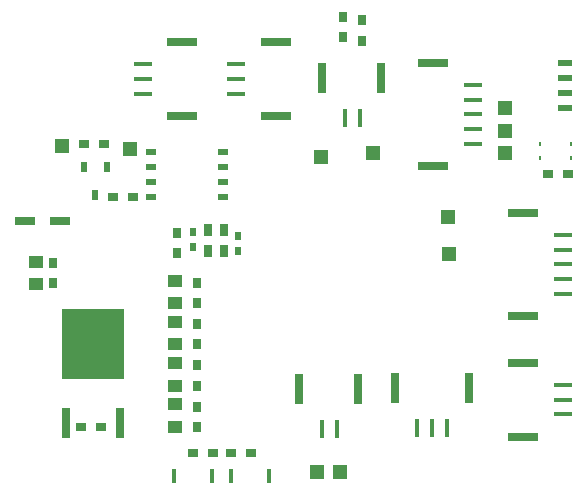
<source format=gbr>
G04 DipTrace 3.2.0.0*
G04 gimbalboard2_TopPaste.gbr*
%MOMM*%
G04 #@! TF.FileFunction,Paste,Top*
G04 #@! TF.Part,Single*
%ADD51R,0.8X1.0*%
%ADD53R,1.2X0.5*%
%ADD55R,5.35X5.95*%
%ADD57R,0.8X2.55*%
%ADD59R,0.943X0.562*%
%ADD61R,0.1X1.0*%
%ADD63R,1.0X0.1*%
%ADD65R,0.28X0.37*%
%ADD67R,1.5X0.4*%
%ADD69R,2.6X0.8*%
%ADD75R,0.4X1.5*%
%ADD77R,0.8X2.6*%
%ADD79R,1.3X1.1*%
%ADD81R,0.6X0.85*%
%ADD83R,1.8X0.8*%
%ADD85R,0.5X0.7*%
%ADD87R,0.8X0.9*%
%ADD89R,0.9X0.8*%
%ADD91R,0.35X1.3*%
%ADD93R,1.3X1.3*%
%FSLAX35Y35*%
G04*
G71*
G90*
G75*
G01*
G04 TopPaste*
%LPD*%
D93*
X-3206750Y-2127250D3*
X-3016250D3*
D91*
X-4095750Y-2159000D3*
X-4420750D3*
X-3937000D3*
X-3612000D3*
D85*
X-4256000Y-223750D3*
Y-93750D3*
X-3873500Y-127000D3*
Y-257000D3*
D89*
X-1250250Y390500D3*
X-1080250D3*
D83*
X-5683250Y0D3*
X-5383250D3*
D89*
X-5207000Y-1746250D3*
X-5037000D3*
D93*
X-5365750Y635000D3*
X-4794250Y603250D3*
D81*
X-4989000Y456250D3*
X-5179000D3*
X-5084000Y216250D3*
D79*
X-4413250Y-1047750D3*
Y-857750D3*
Y-1397000D3*
Y-1207000D3*
Y-1746250D3*
Y-1556250D3*
Y-698500D3*
Y-508500D3*
X-5588000Y-349250D3*
Y-539250D3*
D93*
X-2730500Y571500D3*
X-3175000Y539750D3*
D77*
X-1922000Y-1419000D3*
X-2547000D3*
D75*
X-2107000Y-1754000D3*
X-2232000D3*
X-2357000D3*
D69*
X-1460500Y-1206500D3*
Y-1831500D3*
D67*
X-1125500Y-1391500D3*
Y-1516500D3*
Y-1641500D3*
D77*
X-2661750Y1206000D3*
X-3161750D3*
D75*
X-2846750Y871000D3*
X-2971750D3*
D69*
X-2222500Y1333500D3*
Y463500D3*
D67*
X-1887500Y1023500D3*
Y898500D3*
Y1148500D3*
Y773500D3*
Y648500D3*
D69*
X-1460500Y63500D3*
Y-806500D3*
D67*
X-1125500Y-246500D3*
Y-371500D3*
Y-121500D3*
Y-496500D3*
Y-621500D3*
D69*
X-4349750Y889000D3*
Y1514000D3*
D67*
X-4684750Y1074000D3*
Y1199000D3*
Y1324000D3*
D69*
X-3556000Y889000D3*
Y1514000D3*
D67*
X-3891000Y1074000D3*
Y1199000D3*
Y1324000D3*
D77*
X-2857500Y-1428750D3*
X-3357500D3*
D75*
X-3042500Y-1763750D3*
X-3167500D3*
D87*
X-4391750Y-275500D3*
Y-105500D3*
D89*
X-5179500Y646750D3*
X-5009500D3*
X-4766750Y202250D3*
X-4936750D3*
D87*
X-2825750Y1524000D3*
Y1694000D3*
X-2984500Y1555750D3*
Y1725750D3*
X-4222750Y-1746250D3*
Y-1576250D3*
Y-1397000D3*
Y-1227000D3*
Y-1047750D3*
Y-877750D3*
Y-698500D3*
Y-528500D3*
D89*
X-3767000Y-1968500D3*
X-3937000D3*
X-4254500D3*
X-4084500D3*
D87*
X-5439500Y-359500D3*
Y-529500D3*
D65*
X-1059750Y644500D3*
X-1321750D3*
X-1059750Y528500D3*
X-1321750D3*
D93*
X-2090500Y-285750D3*
X-2095500Y31750D3*
D63*
X-3492500Y-31750D3*
Y-81750D3*
Y-131750D3*
Y-181750D3*
Y-231750D3*
Y-281750D3*
Y-331750D3*
Y-381750D3*
Y-431750D3*
Y-481750D3*
Y-531750D3*
Y-581750D3*
Y-631750D3*
Y-681750D3*
Y-731750D3*
Y-781750D3*
D61*
X-3292500Y-981750D3*
X-3242500D3*
X-3192500D3*
X-3142500D3*
X-3092500D3*
X-3042500D3*
X-2992500D3*
X-2942500D3*
X-2892500D3*
X-2842500D3*
X-2792500D3*
X-2742500D3*
X-2692500D3*
X-2642500D3*
X-2592500D3*
X-2542500D3*
D63*
X-2342500Y-781750D3*
Y-731750D3*
Y-681750D3*
Y-631750D3*
Y-581750D3*
Y-531750D3*
Y-481750D3*
Y-431750D3*
Y-381750D3*
Y-331750D3*
Y-281750D3*
Y-231750D3*
Y-181750D3*
Y-131750D3*
Y-81750D3*
Y-31750D3*
D61*
X-2542500Y168250D3*
X-2592500D3*
X-2642500D3*
X-2692500D3*
X-2742500D3*
X-2792500D3*
X-2842500D3*
X-2892500D3*
X-2942500D3*
X-2992500D3*
X-3042500D3*
X-3092500D3*
X-3142500D3*
X-3192500D3*
X-3242500D3*
X-3292500D3*
D59*
X-4004750Y202250D3*
Y329250D3*
Y456250D3*
Y583250D3*
X-4615617D3*
Y456250D3*
Y329250D3*
Y202250D3*
D57*
X-5334000Y-1714500D3*
X-4878000D3*
D55*
X-5106000Y-1044500D3*
D53*
X-1111250Y952500D3*
Y1079500D3*
Y1206500D3*
Y1333500D3*
D93*
X-1619250Y952500D3*
Y762000D3*
Y571500D3*
D51*
X-4127500Y-254000D3*
X-3997500D3*
X-4127500Y-84000D3*
X-3997500D3*
M02*

</source>
